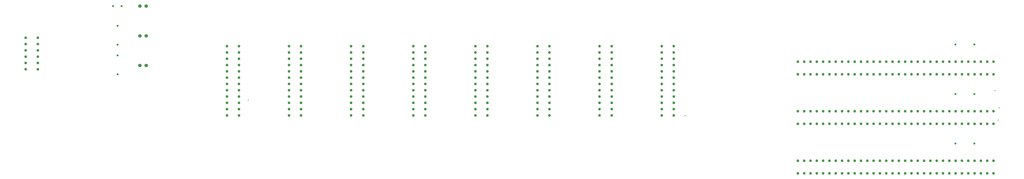
<source format=gbr>
%TF.GenerationSoftware,KiCad,Pcbnew,(6.0.7)*%
%TF.CreationDate,2023-09-04T09:41:33+01:00*%
%TF.ProjectId,CCC_rig_backplane,4343435f-7269-4675-9f62-61636b706c61,rev?*%
%TF.SameCoordinates,Original*%
%TF.FileFunction,Plated,1,2,PTH,Drill*%
%TF.FilePolarity,Positive*%
%FSLAX46Y46*%
G04 Gerber Fmt 4.6, Leading zero omitted, Abs format (unit mm)*
G04 Created by KiCad (PCBNEW (6.0.7)) date 2023-09-04 09:41:33*
%MOMM*%
%LPD*%
G01*
G04 APERTURE LIST*
%TA.AperFunction,ViaDrill*%
%ADD10C,0.400000*%
%TD*%
%TA.AperFunction,ComponentDrill*%
%ADD11C,0.800000*%
%TD*%
%TA.AperFunction,ComponentDrill*%
%ADD12C,1.092200*%
%TD*%
%TA.AperFunction,ComponentDrill*%
%ADD13C,1.100000*%
%TD*%
%TA.AperFunction,ComponentDrill*%
%ADD14C,1.400000*%
%TD*%
G04 APERTURE END LIST*
D10*
X126538300Y-57686100D03*
X302455400Y-63919500D03*
X427112100Y-53867000D03*
X428482200Y-65745900D03*
X428814100Y-60825100D03*
D11*
%TO.C,C1*%
X72097300Y-19750000D03*
%TO.C,R4*%
X74000000Y-27690000D03*
X74000000Y-35310000D03*
%TO.C,R5*%
X74000000Y-39690000D03*
X74000000Y-47310000D03*
%TO.C,C1*%
X75597300Y-19750000D03*
%TO.C,R3*%
X411190000Y-35250000D03*
%TO.C,R1*%
X411190000Y-55250000D03*
%TO.C,R2*%
X411190000Y-75250000D03*
%TO.C,R3*%
X418810000Y-35250000D03*
%TO.C,R1*%
X418810000Y-55250000D03*
%TO.C,R2*%
X418810000Y-75250000D03*
D12*
%TO.C,J5*%
X37024500Y-32517600D03*
X37024500Y-35057600D03*
X37024500Y-37597600D03*
X37024500Y-40137600D03*
X37024500Y-42677600D03*
X37024500Y-45217600D03*
X41875500Y-32517600D03*
X41875500Y-35057600D03*
X41875500Y-37597600D03*
X41875500Y-40137600D03*
X41875500Y-42677600D03*
X41875500Y-45217600D03*
%TO.C,J1*%
X117998000Y-35897600D03*
X117998000Y-38437600D03*
X117998000Y-40977600D03*
X117998000Y-43517600D03*
X117998000Y-46057600D03*
X117998000Y-48597600D03*
X117998000Y-51137600D03*
X117998000Y-53677600D03*
X117998000Y-56217600D03*
X117998000Y-58757600D03*
X117998000Y-61297600D03*
X117998000Y-63837600D03*
X122850000Y-35897600D03*
X122850000Y-38437600D03*
X122850000Y-40977600D03*
X122850000Y-43517600D03*
X122850000Y-46057600D03*
X122850000Y-48597600D03*
X122850000Y-51137600D03*
X122850000Y-53677600D03*
X122850000Y-56217600D03*
X122850000Y-58757600D03*
X122850000Y-61297600D03*
X122850000Y-63837600D03*
%TO.C,J2*%
X142998000Y-35897600D03*
X142998000Y-38437600D03*
X142998000Y-40977600D03*
X142998000Y-43517600D03*
X142998000Y-46057600D03*
X142998000Y-48597600D03*
X142998000Y-51137600D03*
X142998000Y-53677600D03*
X142998000Y-56217600D03*
X142998000Y-58757600D03*
X142998000Y-61297600D03*
X142998000Y-63837600D03*
X147850000Y-35897600D03*
X147850000Y-38437600D03*
X147850000Y-40977600D03*
X147850000Y-43517600D03*
X147850000Y-46057600D03*
X147850000Y-48597600D03*
X147850000Y-51137600D03*
X147850000Y-53677600D03*
X147850000Y-56217600D03*
X147850000Y-58757600D03*
X147850000Y-61297600D03*
X147850000Y-63837600D03*
%TO.C,J3*%
X167998000Y-35897600D03*
X167998000Y-38437600D03*
X167998000Y-40977600D03*
X167998000Y-43517600D03*
X167998000Y-46057600D03*
X167998000Y-48597600D03*
X167998000Y-51137600D03*
X167998000Y-53677600D03*
X167998000Y-56217600D03*
X167998000Y-58757600D03*
X167998000Y-61297600D03*
X167998000Y-63837600D03*
X172850000Y-35897600D03*
X172850000Y-38437600D03*
X172850000Y-40977600D03*
X172850000Y-43517600D03*
X172850000Y-46057600D03*
X172850000Y-48597600D03*
X172850000Y-51137600D03*
X172850000Y-53677600D03*
X172850000Y-56217600D03*
X172850000Y-58757600D03*
X172850000Y-61297600D03*
X172850000Y-63837600D03*
%TO.C,J4*%
X192998000Y-35897600D03*
X192998000Y-38437600D03*
X192998000Y-40977600D03*
X192998000Y-43517600D03*
X192998000Y-46057600D03*
X192998000Y-48597600D03*
X192998000Y-51137600D03*
X192998000Y-53677600D03*
X192998000Y-56217600D03*
X192998000Y-58757600D03*
X192998000Y-61297600D03*
X192998000Y-63837600D03*
X197850000Y-35897600D03*
X197850000Y-38437600D03*
X197850000Y-40977600D03*
X197850000Y-43517600D03*
X197850000Y-46057600D03*
X197850000Y-48597600D03*
X197850000Y-51137600D03*
X197850000Y-53677600D03*
X197850000Y-56217600D03*
X197850000Y-58757600D03*
X197850000Y-61297600D03*
X197850000Y-63837600D03*
%TO.C,J6*%
X217998000Y-35897600D03*
X217998000Y-38437600D03*
X217998000Y-40977600D03*
X217998000Y-43517600D03*
X217998000Y-46057600D03*
X217998000Y-48597600D03*
X217998000Y-51137600D03*
X217998000Y-53677600D03*
X217998000Y-56217600D03*
X217998000Y-58757600D03*
X217998000Y-61297600D03*
X217998000Y-63837600D03*
X222850000Y-35897600D03*
X222850000Y-38437600D03*
X222850000Y-40977600D03*
X222850000Y-43517600D03*
X222850000Y-46057600D03*
X222850000Y-48597600D03*
X222850000Y-51137600D03*
X222850000Y-53677600D03*
X222850000Y-56217600D03*
X222850000Y-58757600D03*
X222850000Y-61297600D03*
X222850000Y-63837600D03*
%TO.C,J7*%
X242998000Y-35897600D03*
X242998000Y-38437600D03*
X242998000Y-40977600D03*
X242998000Y-43517600D03*
X242998000Y-46057600D03*
X242998000Y-48597600D03*
X242998000Y-51137600D03*
X242998000Y-53677600D03*
X242998000Y-56217600D03*
X242998000Y-58757600D03*
X242998000Y-61297600D03*
X242998000Y-63837600D03*
X247850000Y-35897600D03*
X247850000Y-38437600D03*
X247850000Y-40977600D03*
X247850000Y-43517600D03*
X247850000Y-46057600D03*
X247850000Y-48597600D03*
X247850000Y-51137600D03*
X247850000Y-53677600D03*
X247850000Y-56217600D03*
X247850000Y-58757600D03*
X247850000Y-61297600D03*
X247850000Y-63837600D03*
%TO.C,J8*%
X267998000Y-35897600D03*
X267998000Y-38437600D03*
X267998000Y-40977600D03*
X267998000Y-43517600D03*
X267998000Y-46057600D03*
X267998000Y-48597600D03*
X267998000Y-51137600D03*
X267998000Y-53677600D03*
X267998000Y-56217600D03*
X267998000Y-58757600D03*
X267998000Y-61297600D03*
X267998000Y-63837600D03*
X272850000Y-35897600D03*
X272850000Y-38437600D03*
X272850000Y-40977600D03*
X272850000Y-43517600D03*
X272850000Y-46057600D03*
X272850000Y-48597600D03*
X272850000Y-51137600D03*
X272850000Y-53677600D03*
X272850000Y-56217600D03*
X272850000Y-58757600D03*
X272850000Y-61297600D03*
X272850000Y-63837600D03*
%TO.C,J9*%
X292998000Y-35897600D03*
X292998000Y-38437600D03*
X292998000Y-40977600D03*
X292998000Y-43517600D03*
X292998000Y-46057600D03*
X292998000Y-48597600D03*
X292998000Y-51137600D03*
X292998000Y-53677600D03*
X292998000Y-56217600D03*
X292998000Y-58757600D03*
X292998000Y-61297600D03*
X292998000Y-63837600D03*
X297850000Y-35897600D03*
X297850000Y-38437600D03*
X297850000Y-40977600D03*
X297850000Y-43517600D03*
X297850000Y-46057600D03*
X297850000Y-48597600D03*
X297850000Y-51137600D03*
X297850000Y-53677600D03*
X297850000Y-56217600D03*
X297850000Y-58757600D03*
X297850000Y-61297600D03*
X297850000Y-63837600D03*
D13*
%TO.C,J15*%
X347788800Y-42179500D03*
X347788800Y-47259500D03*
%TO.C,J10*%
X347788800Y-62179500D03*
X347788800Y-67259500D03*
%TO.C,J11*%
X347788800Y-82179500D03*
X347788800Y-87259500D03*
%TO.C,J15*%
X350328800Y-42179500D03*
X350328800Y-47259500D03*
%TO.C,J10*%
X350328800Y-62179500D03*
X350328800Y-67259500D03*
%TO.C,J11*%
X350328800Y-82179500D03*
X350328800Y-87259500D03*
%TO.C,J15*%
X352868800Y-42179500D03*
X352868800Y-47259500D03*
%TO.C,J10*%
X352868800Y-62179500D03*
X352868800Y-67259500D03*
%TO.C,J11*%
X352868800Y-82179500D03*
X352868800Y-87259500D03*
%TO.C,J15*%
X355408800Y-42179500D03*
X355408800Y-47259500D03*
%TO.C,J10*%
X355408800Y-62179500D03*
X355408800Y-67259500D03*
%TO.C,J11*%
X355408800Y-82179500D03*
X355408800Y-87259500D03*
%TO.C,J15*%
X357948800Y-42179500D03*
X357948800Y-47259500D03*
%TO.C,J10*%
X357948800Y-62179500D03*
X357948800Y-67259500D03*
%TO.C,J11*%
X357948800Y-82179500D03*
X357948800Y-87259500D03*
%TO.C,J15*%
X360488800Y-42179500D03*
X360488800Y-47259500D03*
%TO.C,J10*%
X360488800Y-62179500D03*
X360488800Y-67259500D03*
%TO.C,J11*%
X360488800Y-82179500D03*
X360488800Y-87259500D03*
%TO.C,J15*%
X363028800Y-42179500D03*
X363028800Y-47259500D03*
%TO.C,J10*%
X363028800Y-62179500D03*
X363028800Y-67259500D03*
%TO.C,J11*%
X363028800Y-82179500D03*
X363028800Y-87259500D03*
%TO.C,J15*%
X365568800Y-42179500D03*
X365568800Y-47259500D03*
%TO.C,J10*%
X365568800Y-62179500D03*
X365568800Y-67259500D03*
%TO.C,J11*%
X365568800Y-82179500D03*
X365568800Y-87259500D03*
%TO.C,J15*%
X368108800Y-42179500D03*
X368108800Y-47259500D03*
%TO.C,J10*%
X368108800Y-62179500D03*
X368108800Y-67259500D03*
%TO.C,J11*%
X368108800Y-82179500D03*
X368108800Y-87259500D03*
%TO.C,J15*%
X370648800Y-42179500D03*
X370648800Y-47259500D03*
%TO.C,J10*%
X370648800Y-62179500D03*
X370648800Y-67259500D03*
%TO.C,J11*%
X370648800Y-82179500D03*
X370648800Y-87259500D03*
%TO.C,J15*%
X373188800Y-42179500D03*
X373188800Y-47259500D03*
%TO.C,J10*%
X373188800Y-62179500D03*
X373188800Y-67259500D03*
%TO.C,J11*%
X373188800Y-82179500D03*
X373188800Y-87259500D03*
%TO.C,J15*%
X375728800Y-42179500D03*
X375728800Y-47259500D03*
%TO.C,J10*%
X375728800Y-62179500D03*
X375728800Y-67259500D03*
%TO.C,J11*%
X375728800Y-82179500D03*
X375728800Y-87259500D03*
%TO.C,J15*%
X378268800Y-42179500D03*
X378268800Y-47259500D03*
%TO.C,J10*%
X378268800Y-62179500D03*
X378268800Y-67259500D03*
%TO.C,J11*%
X378268800Y-82179500D03*
X378268800Y-87259500D03*
%TO.C,J15*%
X380808800Y-42179500D03*
X380808800Y-47259500D03*
%TO.C,J10*%
X380808800Y-62179500D03*
X380808800Y-67259500D03*
%TO.C,J11*%
X380808800Y-82179500D03*
X380808800Y-87259500D03*
%TO.C,J15*%
X383348800Y-42179500D03*
X383348800Y-47259500D03*
%TO.C,J10*%
X383348800Y-62179500D03*
X383348800Y-67259500D03*
%TO.C,J11*%
X383348800Y-82179500D03*
X383348800Y-87259500D03*
%TO.C,J15*%
X385888800Y-42179500D03*
X385888800Y-47259500D03*
%TO.C,J10*%
X385888800Y-62179500D03*
X385888800Y-67259500D03*
%TO.C,J11*%
X385888800Y-82179500D03*
X385888800Y-87259500D03*
%TO.C,J15*%
X388428800Y-42179500D03*
X388428800Y-47259500D03*
%TO.C,J10*%
X388428800Y-62179500D03*
X388428800Y-67259500D03*
%TO.C,J11*%
X388428800Y-82179500D03*
X388428800Y-87259500D03*
%TO.C,J15*%
X390968800Y-42179500D03*
X390968800Y-47259500D03*
%TO.C,J10*%
X390968800Y-62179500D03*
X390968800Y-67259500D03*
%TO.C,J11*%
X390968800Y-82179500D03*
X390968800Y-87259500D03*
%TO.C,J15*%
X393508800Y-42179500D03*
X393508800Y-47259500D03*
%TO.C,J10*%
X393508800Y-62179500D03*
X393508800Y-67259500D03*
%TO.C,J11*%
X393508800Y-82179500D03*
X393508800Y-87259500D03*
%TO.C,J15*%
X396048800Y-42179500D03*
X396048800Y-47259500D03*
%TO.C,J10*%
X396048800Y-62179500D03*
X396048800Y-67259500D03*
%TO.C,J11*%
X396048800Y-82179500D03*
X396048800Y-87259500D03*
%TO.C,J15*%
X398588800Y-42179500D03*
X398588800Y-47259500D03*
%TO.C,J10*%
X398588800Y-62179500D03*
X398588800Y-67259500D03*
%TO.C,J11*%
X398588800Y-82179500D03*
X398588800Y-87259500D03*
%TO.C,J15*%
X401128800Y-42179500D03*
X401128800Y-47259500D03*
%TO.C,J10*%
X401128800Y-62179500D03*
X401128800Y-67259500D03*
%TO.C,J11*%
X401128800Y-82179500D03*
X401128800Y-87259500D03*
%TO.C,J15*%
X403668800Y-42179500D03*
X403668800Y-47259500D03*
%TO.C,J10*%
X403668800Y-62179500D03*
X403668800Y-67259500D03*
%TO.C,J11*%
X403668800Y-82179500D03*
X403668800Y-87259500D03*
%TO.C,J15*%
X406208800Y-42179500D03*
X406208800Y-47259500D03*
%TO.C,J10*%
X406208800Y-62179500D03*
X406208800Y-67259500D03*
%TO.C,J11*%
X406208800Y-82179500D03*
X406208800Y-87259500D03*
%TO.C,J15*%
X408748800Y-42179500D03*
X408748800Y-47259500D03*
%TO.C,J10*%
X408748800Y-62179500D03*
X408748800Y-67259500D03*
%TO.C,J11*%
X408748800Y-82179500D03*
X408748800Y-87259500D03*
%TO.C,J15*%
X411288800Y-42179500D03*
X411288800Y-47259500D03*
%TO.C,J10*%
X411288800Y-62179500D03*
X411288800Y-67259500D03*
%TO.C,J11*%
X411288800Y-82179500D03*
X411288800Y-87259500D03*
%TO.C,J15*%
X413828800Y-42179500D03*
X413828800Y-47259500D03*
%TO.C,J10*%
X413828800Y-62179500D03*
X413828800Y-67259500D03*
%TO.C,J11*%
X413828800Y-82179500D03*
X413828800Y-87259500D03*
%TO.C,J15*%
X416368800Y-42179500D03*
X416368800Y-47259500D03*
%TO.C,J10*%
X416368800Y-62179500D03*
X416368800Y-67259500D03*
%TO.C,J11*%
X416368800Y-82179500D03*
X416368800Y-87259500D03*
%TO.C,J15*%
X418908800Y-42179500D03*
X418908800Y-47259500D03*
%TO.C,J10*%
X418908800Y-62179500D03*
X418908800Y-67259500D03*
%TO.C,J11*%
X418908800Y-82179500D03*
X418908800Y-87259500D03*
%TO.C,J15*%
X421448800Y-42179500D03*
X421448800Y-47259500D03*
%TO.C,J10*%
X421448800Y-62179500D03*
X421448800Y-67259500D03*
%TO.C,J11*%
X421448800Y-82179500D03*
X421448800Y-87259500D03*
%TO.C,J15*%
X423988800Y-42179500D03*
X423988800Y-47259500D03*
%TO.C,J10*%
X423988800Y-62179500D03*
X423988800Y-67259500D03*
%TO.C,J11*%
X423988800Y-82179500D03*
X423988800Y-87259500D03*
%TO.C,J15*%
X426528800Y-42179500D03*
X426528800Y-47259500D03*
%TO.C,J10*%
X426528800Y-62179500D03*
X426528800Y-67259500D03*
%TO.C,J11*%
X426528800Y-82179500D03*
X426528800Y-87259500D03*
D14*
%TO.C,J12*%
X83000000Y-19750000D03*
%TO.C,J13*%
X83000000Y-31750000D03*
%TO.C,J14*%
X83000000Y-43750000D03*
%TO.C,J12*%
X85500000Y-19750000D03*
%TO.C,J13*%
X85500000Y-31750000D03*
%TO.C,J14*%
X85500000Y-43750000D03*
M02*

</source>
